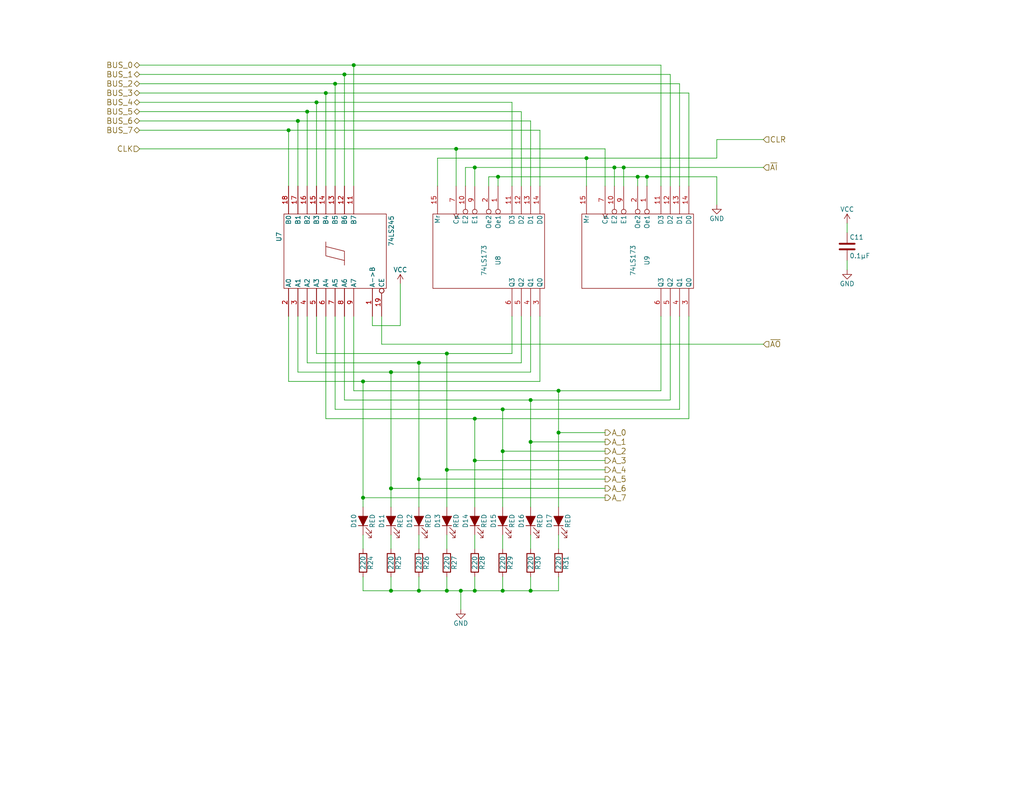
<source format=kicad_sch>
(kicad_sch (version 20230121) (generator eeschema)
  (paper "USLetter")
  (lib_symbols
    (symbol "8bit-computer-rescue:74LS173-8bit-computer-rescue" (pin_names (offset 0.254))
      (property "Reference" "U" (at 2.54 2.54 0))
      (property "Value" "8bit-computer-rescue:74LS173" (at 2.54 -1.27 0))
      (symbol "74LS173-8bit-computer-rescue_0_0"
        (pin power_in line (at -7.62 15.24 90) (length 0) hide (name "VCC") (number "16"))
        (pin power_in line (at -7.62 -15.24 90) (length 0) hide (name "GND") (number "8"))
      )
      (symbol "74LS173-8bit-computer-rescue_0_1"
        (rectangle (start -10.16 15.24) (end 10.16 -15.24))
      )
      (symbol "74LS173-8bit-computer-rescue_1_1"
        (pin input inverted (at -17.78 2.54 0) (length 7.62) (name "Oe1") (number "1"))
        (pin input inverted (at -17.78 -6.35 0) (length 7.62) (name "E2") (number "10"))
        (pin input line (at -17.78 6.35 0) (length 7.62) (name "D3") (number "11"))
        (pin input line (at -17.78 8.89 0) (length 7.62) (name "D2") (number "12"))
        (pin input line (at -17.78 11.43 0) (length 7.62) (name "D1") (number "13"))
        (pin input line (at -17.78 13.97 0) (length 7.62) (name "D0") (number "14"))
        (pin input line (at -17.78 -13.97 0) (length 7.62) (name "Mr") (number "15"))
        (pin input inverted (at -17.78 0 0) (length 7.62) (name "Oe2") (number "2"))
        (pin tri_state line (at 17.78 13.97 180) (length 7.62) (name "Q0") (number "3"))
        (pin tri_state line (at 17.78 11.43 180) (length 7.62) (name "Q1") (number "4"))
        (pin tri_state line (at 17.78 8.89 180) (length 7.62) (name "Q2") (number "5"))
        (pin tri_state line (at 17.78 6.35 180) (length 7.62) (name "Q3") (number "6"))
        (pin input clock (at -17.78 -8.89 0) (length 7.62) (name "Cp") (number "7"))
        (pin input inverted (at -17.78 -3.81 0) (length 7.62) (name "E1") (number "9"))
      )
    )
    (symbol "8bit-computer-rescue:74LS245-8bit-computer-rescue" (pin_names (offset 0.254))
      (property "Reference" "U" (at 2.54 14.605 0))
      (property "Value" "8bit-computer-rescue:74LS245" (at 1.27 -14.605 0))
      (symbol "74LS245-8bit-computer-rescue_0_0"
        (pin power_in line (at 0 -13.97 90) (length 0) hide (name "GND") (number "10"))
        (pin power_in line (at 0 13.97 270) (length 0) hide (name "VCC") (number "20"))
      )
      (symbol "74LS245-8bit-computer-rescue_0_1"
        (rectangle (start -10.16 13.97) (end 10.16 -13.97))
        (polyline (pts (xy 1.27 2.54) (xy 0 -2.54) (xy -2.54 -2.54)))
        (polyline (pts (xy 2.54 2.54) (xy -1.27 2.54) (xy -2.54 -2.54) (xy -3.81 -2.54)))
      )
      (symbol "74LS245-8bit-computer-rescue_1_1"
        (pin input line (at -17.78 -10.16 0) (length 7.62) (name "A->B") (number "1"))
        (pin tri_state line (at 17.78 -5.08 180) (length 7.62) (name "B7") (number "11"))
        (pin tri_state line (at 17.78 -2.54 180) (length 7.62) (name "B6") (number "12"))
        (pin tri_state line (at 17.78 0 180) (length 7.62) (name "B5") (number "13"))
        (pin tri_state line (at 17.78 2.54 180) (length 7.62) (name "B4") (number "14"))
        (pin tri_state line (at 17.78 5.08 180) (length 7.62) (name "B3") (number "15"))
        (pin tri_state line (at 17.78 7.62 180) (length 7.62) (name "B2") (number "16"))
        (pin tri_state line (at 17.78 10.16 180) (length 7.62) (name "B1") (number "17"))
        (pin tri_state line (at 17.78 12.7 180) (length 7.62) (name "B0") (number "18"))
        (pin input inverted (at -17.78 -12.7 0) (length 7.62) (name "CE") (number "19"))
        (pin tri_state line (at -17.78 12.7 0) (length 7.62) (name "A0") (number "2"))
        (pin tri_state line (at -17.78 10.16 0) (length 7.62) (name "A1") (number "3"))
        (pin tri_state line (at -17.78 7.62 0) (length 7.62) (name "A2") (number "4"))
        (pin tri_state line (at -17.78 5.08 0) (length 7.62) (name "A3") (number "5"))
        (pin tri_state line (at -17.78 2.54 0) (length 7.62) (name "A4") (number "6"))
        (pin tri_state line (at -17.78 0 0) (length 7.62) (name "A5") (number "7"))
        (pin tri_state line (at -17.78 -2.54 0) (length 7.62) (name "A6") (number "8"))
        (pin tri_state line (at -17.78 -5.08 0) (length 7.62) (name "A7") (number "9"))
      )
    )
    (symbol "8bit-computer-rescue:LED_ALT-Device" (pin_numbers hide) (pin_names (offset 1.016) hide)
      (property "Reference" "D" (at 0 2.54 0))
      (property "Value" "Device:LED_ALT" (at 0 -2.54 0))
      (symbol "LED_ALT-Device_0_1"
        (polyline (pts (xy -1.27 -1.27) (xy -1.27 1.27)) (stroke (width 0.2032)))
        (polyline (pts (xy -1.27 0) (xy 1.27 0)))
        (polyline (pts (xy 1.27 -1.27) (xy 1.27 1.27) (xy -1.27 0) (xy 1.27 -1.27)) (stroke (width 0.2032)) (fill (type outline)))
        (polyline (pts (xy -3.048 -0.762) (xy -4.572 -2.286) (xy -3.81 -2.286) (xy -4.572 -2.286) (xy -4.572 -1.524)))
        (polyline (pts (xy -1.778 -0.762) (xy -3.302 -2.286) (xy -2.54 -2.286) (xy -3.302 -2.286) (xy -3.302 -1.524)))
      )
      (symbol "LED_ALT-Device_1_1"
        (pin passive line (at -3.81 0 0) (length 2.54) (name "K") (number "1"))
        (pin passive line (at 3.81 0 180) (length 2.54) (name "A") (number "2"))
      )
    )
    (symbol "Device:C" (pin_numbers hide) (pin_names (offset 0.254))
      (property "Reference" "C" (at 0.635 2.54 0))
      (property "Value" "C" (at 0.635 -2.54 0))
      (symbol "C_0_1"
        (polyline (pts (xy -2.032 -0.762) (xy 2.032 -0.762)) (stroke (width 0.508)))
        (polyline (pts (xy -2.032 0.762) (xy 2.032 0.762)) (stroke (width 0.508)))
      )
      (symbol "C_1_1"
        (pin passive line (at 0 3.81 270) (length 2.794) (name "~") (number "1"))
        (pin passive line (at 0 -3.81 90) (length 2.794) (name "~") (number "2"))
      )
    )
    (symbol "Device:R" (pin_numbers hide) (pin_names (offset 0))
      (property "Reference" "R" (at 2.032 0 90))
      (property "Value" "R" (at 0 0 90))
      (symbol "R_0_1"
        (rectangle (start -1.016 -2.54) (end 1.016 2.54) (stroke (width 0.254)))
      )
      (symbol "R_1_1"
        (pin passive line (at 0 3.81 270) (length 1.27) (name "~") (number "1"))
        (pin passive line (at 0 -3.81 90) (length 1.27) (name "~") (number "2"))
      )
    )
    (symbol "power:GND" (power) (pin_names (offset 0))
      (property "Value" "GND" (at 0 -3.81 0))
      (symbol "GND_0_1"
        (polyline (pts (xy 0 0) (xy 0 -1.27) (xy 1.27 -1.27) (xy 0 -2.54) (xy -1.27 -1.27) (xy 0 -1.27)))
      )
      (symbol "GND_1_1"
        (pin power_in line (at 0 0 270) (length 0) hide (name "GND") (number "1"))
      )
    )
    (symbol "power:VCC" (power) (pin_names (offset 0))
      (property "Value" "VCC" (at 0 3.81 0))
      (symbol "VCC_0_1"
        (polyline (pts (xy -0.762 1.27) (xy 0 2.54)))
        (polyline (pts (xy 0 0) (xy 0 2.54)))
        (polyline (pts (xy 0 2.54) (xy 0.762 1.27)))
      )
      (symbol "VCC_1_1"
        (pin power_in line (at 0 0 90) (length 0) hide (name "VCC") (number "1"))
      )
    )
  )
  (junction (at 137.16 123.19))
  (junction (at 106.68 101.6))
  (junction (at 129.54 161.29))
  (junction (at 160.02 43.18))
  (junction (at 91.44 22.86))
  (junction (at 170.18 45.72))
  (junction (at 93.98 20.32))
  (junction (at 137.16 111.76))
  (junction (at 129.54 125.73))
  (junction (at 121.92 96.52))
  (junction (at 96.52 17.78))
  (junction (at 125.73 161.29))
  (junction (at 86.36 27.94))
  (junction (at 83.82 30.48))
  (junction (at 106.68 133.35))
  (junction (at 78.74 35.56))
  (junction (at 129.54 114.3))
  (junction (at 121.92 128.27))
  (junction (at 144.78 161.29))
  (junction (at 173.99 48.26))
  (junction (at 106.68 161.29))
  (junction (at 114.3 161.29))
  (junction (at 121.92 161.29))
  (junction (at 167.64 45.72))
  (junction (at 99.06 135.89))
  (junction (at 144.78 109.22))
  (junction (at 176.53 48.26))
  (junction (at 137.16 161.29))
  (junction (at 114.3 130.81))
  (junction (at 152.4 118.11))
  (junction (at 144.78 120.65))
  (junction (at 152.4 106.68))
  (junction (at 99.06 104.14))
  (junction (at 81.28 33.02))
  (junction (at 129.54 45.72))
  (junction (at 135.89 48.26))
  (junction (at 124.46 40.64))
  (junction (at 88.9 25.4))
  (junction (at 114.3 99.06))
  (wire (pts (xy 129.54 114.3) (xy 129.54 125.73)))
  (wire (pts (xy 137.16 146.05) (xy 137.16 149.86)))
  (wire (pts (xy 106.68 146.05) (xy 106.68 149.86)))
  (wire (pts (xy 99.06 157.48) (xy 99.06 161.29)))
  (wire (pts (xy 121.92 128.27) (xy 165.1 128.27)))
  (wire (pts (xy 88.9 25.4) (xy 88.9 50.8)))
  (wire (pts (xy 147.32 35.56) (xy 147.32 50.8)))
  (wire (pts (xy 86.36 96.52) (xy 121.92 96.52)))
  (wire (pts (xy 182.88 20.32) (xy 182.88 50.8)))
  (wire (pts (xy 78.74 104.14) (xy 99.06 104.14)))
  (wire (pts (xy 137.16 111.76) (xy 137.16 123.19)))
  (wire (pts (xy 119.38 43.18) (xy 160.02 43.18)))
  (wire (pts (xy 121.92 146.05) (xy 121.92 149.86)))
  (wire (pts (xy 114.3 99.06) (xy 142.24 99.06)))
  (wire (pts (xy 137.16 157.48) (xy 137.16 161.29)))
  (wire (pts (xy 125.73 161.29) (xy 129.54 161.29)))
  (wire (pts (xy 129.54 146.05) (xy 129.54 149.86)))
  (wire (pts (xy 144.78 101.6) (xy 144.78 86.36)))
  (wire (pts (xy 83.82 86.36) (xy 83.82 99.06)))
  (wire (pts (xy 121.92 157.48) (xy 121.92 161.29)))
  (wire (pts (xy 185.42 22.86) (xy 185.42 50.8)))
  (wire (pts (xy 99.06 161.29) (xy 106.68 161.29)))
  (wire (pts (xy 121.92 96.52) (xy 121.92 128.27)))
  (wire (pts (xy 165.1 40.64) (xy 165.1 50.8)))
  (wire (pts (xy 124.46 40.64) (xy 165.1 40.64)))
  (wire (pts (xy 78.74 35.56) (xy 78.74 50.8)))
  (wire (pts (xy 129.54 45.72) (xy 167.64 45.72)))
  (wire (pts (xy 180.34 17.78) (xy 180.34 50.8)))
  (wire (pts (xy 91.44 86.36) (xy 91.44 111.76)))
  (wire (pts (xy 38.1 33.02) (xy 81.28 33.02)))
  (wire (pts (xy 195.58 38.1) (xy 208.28 38.1)))
  (wire (pts (xy 129.54 45.72) (xy 129.54 50.8)))
  (wire (pts (xy 91.44 22.86) (xy 185.42 22.86)))
  (wire (pts (xy 142.24 30.48) (xy 142.24 50.8)))
  (wire (pts (xy 81.28 86.36) (xy 81.28 101.6)))
  (wire (pts (xy 114.3 130.81) (xy 165.1 130.81)))
  (wire (pts (xy 38.1 40.64) (xy 124.46 40.64)))
  (wire (pts (xy 165.1 133.35) (xy 106.68 133.35)))
  (wire (pts (xy 91.44 111.76) (xy 137.16 111.76)))
  (wire (pts (xy 99.06 146.05) (xy 99.06 149.86)))
  (wire (pts (xy 81.28 101.6) (xy 106.68 101.6)))
  (wire (pts (xy 88.9 86.36) (xy 88.9 114.3)))
  (wire (pts (xy 129.54 157.48) (xy 129.54 161.29)))
  (wire (pts (xy 38.1 20.32) (xy 93.98 20.32)))
  (wire (pts (xy 38.1 17.78) (xy 96.52 17.78)))
  (wire (pts (xy 78.74 35.56) (xy 147.32 35.56)))
  (wire (pts (xy 125.73 166.37) (xy 125.73 161.29)))
  (wire (pts (xy 86.36 50.8) (xy 86.36 27.94)))
  (wire (pts (xy 127 50.8) (xy 127 45.72)))
  (wire (pts (xy 182.88 109.22) (xy 182.88 86.36)))
  (wire (pts (xy 135.89 48.26) (xy 135.89 50.8)))
  (wire (pts (xy 185.42 111.76) (xy 185.42 86.36)))
  (wire (pts (xy 180.34 106.68) (xy 180.34 86.36)))
  (wire (pts (xy 142.24 99.06) (xy 142.24 86.36)))
  (wire (pts (xy 176.53 48.26) (xy 195.58 48.26)))
  (wire (pts (xy 93.98 20.32) (xy 182.88 20.32)))
  (wire (pts (xy 83.82 30.48) (xy 142.24 30.48)))
  (wire (pts (xy 96.52 106.68) (xy 152.4 106.68)))
  (wire (pts (xy 106.68 157.48) (xy 106.68 161.29)))
  (wire (pts (xy 121.92 96.52) (xy 139.7 96.52)))
  (wire (pts (xy 93.98 20.32) (xy 93.98 50.8)))
  (wire (pts (xy 129.54 125.73) (xy 165.1 125.73)))
  (wire (pts (xy 160.02 43.18) (xy 160.02 50.8)))
  (wire (pts (xy 152.4 118.11) (xy 152.4 138.43)))
  (wire (pts (xy 81.28 33.02) (xy 81.28 50.8)))
  (wire (pts (xy 170.18 45.72) (xy 208.28 45.72)))
  (wire (pts (xy 96.52 17.78) (xy 180.34 17.78)))
  (wire (pts (xy 144.78 33.02) (xy 144.78 50.8)))
  (wire (pts (xy 144.78 109.22) (xy 182.88 109.22)))
  (wire (pts (xy 176.53 48.26) (xy 176.53 50.8)))
  (wire (pts (xy 152.4 146.05) (xy 152.4 149.86)))
  (wire (pts (xy 152.4 106.68) (xy 180.34 106.68)))
  (wire (pts (xy 152.4 161.29) (xy 152.4 157.48)))
  (wire (pts (xy 165.1 123.19) (xy 137.16 123.19)))
  (wire (pts (xy 135.89 48.26) (xy 173.99 48.26)))
  (wire (pts (xy 144.78 120.65) (xy 144.78 138.43)))
  (wire (pts (xy 93.98 86.36) (xy 93.98 109.22)))
  (wire (pts (xy 99.06 135.89) (xy 99.06 138.43)))
  (wire (pts (xy 38.1 22.86) (xy 91.44 22.86)))
  (wire (pts (xy 88.9 114.3) (xy 129.54 114.3)))
  (wire (pts (xy 167.64 45.72) (xy 167.64 50.8)))
  (wire (pts (xy 124.46 40.64) (xy 124.46 50.8)))
  (wire (pts (xy 38.1 27.94) (xy 86.36 27.94)))
  (wire (pts (xy 99.06 104.14) (xy 147.32 104.14)))
  (wire (pts (xy 231.14 71.12) (xy 231.14 73.66)))
  (wire (pts (xy 38.1 30.48) (xy 83.82 30.48)))
  (wire (pts (xy 91.44 22.86) (xy 91.44 50.8)))
  (wire (pts (xy 93.98 109.22) (xy 144.78 109.22)))
  (wire (pts (xy 195.58 43.18) (xy 195.58 38.1)))
  (wire (pts (xy 160.02 43.18) (xy 195.58 43.18)))
  (wire (pts (xy 119.38 50.8) (xy 119.38 43.18)))
  (wire (pts (xy 137.16 111.76) (xy 185.42 111.76)))
  (wire (pts (xy 167.64 45.72) (xy 170.18 45.72)))
  (wire (pts (xy 114.3 161.29) (xy 121.92 161.29)))
  (wire (pts (xy 104.14 93.98) (xy 208.28 93.98)))
  (wire (pts (xy 106.68 101.6) (xy 144.78 101.6)))
  (wire (pts (xy 106.68 101.6) (xy 106.68 133.35)))
  (wire (pts (xy 231.14 60.96) (xy 231.14 63.5)))
  (wire (pts (xy 114.3 130.81) (xy 114.3 138.43)))
  (wire (pts (xy 129.54 161.29) (xy 137.16 161.29)))
  (wire (pts (xy 88.9 25.4) (xy 187.96 25.4)))
  (wire (pts (xy 129.54 125.73) (xy 129.54 138.43)))
  (wire (pts (xy 152.4 106.68) (xy 152.4 118.11)))
  (wire (pts (xy 144.78 109.22) (xy 144.78 120.65)))
  (wire (pts (xy 86.36 27.94) (xy 139.7 27.94)))
  (wire (pts (xy 139.7 96.52) (xy 139.7 86.36)))
  (wire (pts (xy 104.14 86.36) (xy 104.14 93.98)))
  (wire (pts (xy 173.99 48.26) (xy 176.53 48.26)))
  (wire (pts (xy 165.1 135.89) (xy 99.06 135.89)))
  (wire (pts (xy 144.78 146.05) (xy 144.78 149.86)))
  (wire (pts (xy 106.68 161.29) (xy 114.3 161.29)))
  (wire (pts (xy 137.16 123.19) (xy 137.16 138.43)))
  (wire (pts (xy 173.99 48.26) (xy 173.99 50.8)))
  (wire (pts (xy 165.1 118.11) (xy 152.4 118.11)))
  (wire (pts (xy 165.1 120.65) (xy 144.78 120.65)))
  (wire (pts (xy 139.7 27.94) (xy 139.7 50.8)))
  (wire (pts (xy 121.92 128.27) (xy 121.92 138.43)))
  (wire (pts (xy 96.52 17.78) (xy 96.52 50.8)))
  (wire (pts (xy 38.1 35.56) (xy 78.74 35.56)))
  (wire (pts (xy 99.06 104.14) (xy 99.06 135.89)))
  (wire (pts (xy 81.28 33.02) (xy 144.78 33.02)))
  (wire (pts (xy 129.54 114.3) (xy 187.96 114.3)))
  (wire (pts (xy 114.3 146.05) (xy 114.3 149.86)))
  (wire (pts (xy 121.92 161.29) (xy 125.73 161.29)))
  (wire (pts (xy 144.78 161.29) (xy 152.4 161.29)))
  (wire (pts (xy 86.36 86.36) (xy 86.36 96.52)))
  (wire (pts (xy 83.82 99.06) (xy 114.3 99.06)))
  (wire (pts (xy 114.3 99.06) (xy 114.3 130.81)))
  (wire (pts (xy 144.78 157.48) (xy 144.78 161.29)))
  (wire (pts (xy 137.16 161.29) (xy 144.78 161.29)))
  (wire (pts (xy 78.74 86.36) (xy 78.74 104.14)))
  (wire (pts (xy 83.82 30.48) (xy 83.82 50.8)))
  (wire (pts (xy 147.32 104.14) (xy 147.32 86.36)))
  (wire (pts (xy 127 45.72) (xy 129.54 45.72)))
  (wire (pts (xy 114.3 157.48) (xy 114.3 161.29)))
  (wire (pts (xy 187.96 25.4) (xy 187.96 50.8)))
  (wire (pts (xy 187.96 114.3) (xy 187.96 86.36)))
  (wire (pts (xy 133.35 48.26) (xy 135.89 48.26)))
  (wire (pts (xy 133.35 50.8) (xy 133.35 48.26)))
  (wire (pts (xy 101.6 88.9) (xy 109.22 88.9)))
  (wire (pts (xy 96.52 86.36) (xy 96.52 106.68)))
  (wire (pts (xy 109.22 88.9) (xy 109.22 77.47)))
  (wire (pts (xy 38.1 25.4) (xy 88.9 25.4)))
  (wire (pts (xy 170.18 45.72) (xy 170.18 50.8)))
  (wire (pts (xy 106.68 133.35) (xy 106.68 138.43)))
  (wire (pts (xy 195.58 48.26) (xy 195.58 55.88)))
  (wire (pts (xy 101.6 86.36) (xy 101.6 88.9)))
  (hierarchical_label "BUS_4" (shape bidirectional) (at 38.1 27.94 180) (effects (font (size 1.524 1.524))))
  (hierarchical_label "BUS_2" (shape bidirectional) (at 38.1 22.86 180) (effects (font (size 1.524 1.524))))
  (hierarchical_label "A_4" (shape output) (at 165.1 128.27 0) (effects (font (size 1.524 1.524))))
  (hierarchical_label "~{AO}" (shape input) (at 208.28 93.98 0) (effects (font (size 1.524 1.524))))
  (hierarchical_label "CLK" (shape input) (at 38.1 40.64 180) (effects (font (size 1.524 1.524))))
  (hierarchical_label "BUS_5" (shape bidirectional) (at 38.1 30.48 180) (effects (font (size 1.524 1.524))))
  (hierarchical_label "A_5" (shape output) (at 165.1 130.81 0) (effects (font (size 1.524 1.524))))
  (hierarchical_label "BUS_3" (shape bidirectional) (at 38.1 25.4 180) (effects (font (size 1.524 1.524))))
  (hierarchical_label "A_2" (shape output) (at 165.1 123.19 0) (effects (font (size 1.524 1.524))))
  (hierarchical_label "A_1" (shape output) (at 165.1 120.65 0) (effects (font (size 1.524 1.524))))
  (hierarchical_label "BUS_1" (shape bidirectional) (at 38.1 20.32 180) (effects (font (size 1.524 1.524))))
  (hierarchical_label "A_7" (shape output) (at 165.1 135.89 0) (effects (font (size 1.524 1.524))))
  (hierarchical_label "A_0" (shape output) (at 165.1 118.11 0) (effects (font (size 1.524 1.524))))
  (hierarchical_label "CLR" (shape input) (at 208.28 38.1 0) (effects (font (size 1.524 1.524))))
  (hierarchical_label "~{AI}" (shape input) (at 208.28 45.72 0) (effects (font (size 1.524 1.524))))
  (hierarchical_label "A_6" (shape output) (at 165.1 133.35 0) (effects (font (size 1.524 1.524))))
  (hierarchical_label "BUS_7" (shape bidirectional) (at 38.1 35.56 180) (effects (font (size 1.524 1.524))))
  (hierarchical_label "BUS_0" (shape bidirectional) (at 38.1 17.78 180) (effects (font (size 1.524 1.524))))
  (hierarchical_label "A_3" (shape output) (at 165.1 125.73 0) (effects (font (size 1.524 1.524))))
  (hierarchical_label "BUS_6" (shape bidirectional) (at 38.1 33.02 180) (effects (font (size 1.524 1.524))))
  (symbol (lib_id "8bit-computer-rescue:74LS173-8bit-computer-rescue") (at 133.35 68.58 270) (unit 1)
    (property "Reference" "U8" (at 135.89 71.12 0))
    (property "Value" "74LS173" (at 132.08 71.12 0))
    (property "Footprint" "Package_DIP:DIP-16_W7.62mm" (effects hide))
  )
  (symbol (lib_id "8bit-computer-rescue:LED_ALT-Device") (at 114.3 142.24 90) (unit 1)
    (property "Reference" "D12" (at 111.76 142.24 0))
    (property "Value" "RED" (at 116.84 142.24 0))
    (property "Footprint" "LED_THT:LED_D5.0mm" (effects hide))
  )
  (symbol (lib_id "8bit-computer-rescue:LED_ALT-Device") (at 144.78 142.24 90) (unit 1)
    (property "Reference" "D16" (at 142.24 142.24 0))
    (property "Value" "RED" (at 147.32 142.24 0))
    (property "Footprint" "LED_THT:LED_D5.0mm" (effects hide))
  )
  (symbol (lib_id "8bit-computer-rescue:LED_ALT-Device") (at 152.4 142.24 90) (unit 1)
    (property "Reference" "D17" (at 149.86 142.24 0))
    (property "Value" "RED" (at 154.94 142.24 0))
    (property "Footprint" "LED_THT:LED_D5.0mm" (effects hide))
  )
  (symbol (lib_id "Device:R") (at 114.3 153.67 0) (unit 1)
    (property "Reference" "R26" (at 116.332 153.67 90))
    (property "Value" "220" (at 114.3 153.67 90))
    (property "Footprint" "Resistor_THT:R_Axial_DIN0207_L6.3mm_D2.5mm_P7.62mm_Horizontal" (effects hide))
  )
  (symbol (lib_id "Device:R") (at 121.92 153.67 0) (unit 1)
    (property "Reference" "R27" (at 123.952 153.67 90))
    (property "Value" "220" (at 121.92 153.67 90))
    (property "Footprint" "Resistor_THT:R_Axial_DIN0207_L6.3mm_D2.5mm_P7.62mm_Horizontal" (effects hide))
  )
  (symbol (lib_id "Device:R") (at 137.16 153.67 0) (unit 1)
    (property "Reference" "R29" (at 139.192 153.67 90))
    (property "Value" "220" (at 137.16 153.67 90))
    (property "Footprint" "Resistor_THT:R_Axial_DIN0207_L6.3mm_D2.5mm_P7.62mm_Horizontal" (effects hide))
  )
  (symbol (lib_id "Device:R") (at 152.4 153.67 0) (unit 1)
    (property "Reference" "R31" (at 154.432 153.67 90))
    (property "Value" "220" (at 152.4 153.67 90))
    (property "Footprint" "Resistor_THT:R_Axial_DIN0207_L6.3mm_D2.5mm_P7.62mm_Horizontal" (effects hide))
  )
  (symbol (lib_id "power:VCC") (at 109.22 77.47 0) (unit 1)
    (property "Reference" "#PWR015" (effects hide))
    (property "Value" "VCC" (at 109.22 73.66 0))
  )
  (symbol (lib_id "8bit-computer-rescue:74LS173-8bit-computer-rescue") (at 173.99 68.58 270) (unit 1)
    (property "Reference" "U9" (at 176.53 71.12 0))
    (property "Value" "74LS173" (at 172.72 71.12 0))
    (property "Footprint" "Package_DIP:DIP-16_W7.62mm" (effects hide))
  )
  (symbol (lib_id "8bit-computer-rescue:74LS245-8bit-computer-rescue") (at 91.44 68.58 90) (unit 1)
    (property "Reference" "U7" (at 76.835 66.04 0) (effects (justify left bottom)))
    (property "Value" "74LS245" (at 106.045 67.31 0) (effects (justify left top)))
    (property "Footprint" "Package_DIP:DIP-20_W7.62mm" (effects hide))
  )
  (symbol (lib_id "8bit-computer-rescue:LED_ALT-Device") (at 99.06 142.24 90) (unit 1)
    (property "Reference" "D10" (at 96.52 142.24 0))
    (property "Value" "RED" (at 101.6 142.24 0))
    (property "Footprint" "LED_THT:LED_D5.0mm" (effects hide))
  )
  (symbol (lib_id "8bit-computer-rescue:LED_ALT-Device") (at 106.68 142.24 90) (unit 1)
    (property "Reference" "D11" (at 104.14 142.24 0))
    (property "Value" "RED" (at 109.22 142.24 0))
    (property "Footprint" "LED_THT:LED_D5.0mm" (effects hide))
  )
  (symbol (lib_id "8bit-computer-rescue:LED_ALT-Device") (at 121.92 142.24 90) (unit 1)
    (property "Reference" "D13" (at 119.38 142.24 0))
    (property "Value" "RED" (at 124.46 142.24 0))
    (property "Footprint" "LED_THT:LED_D5.0mm" (effects hide))
  )
  (symbol (lib_id "8bit-computer-rescue:LED_ALT-Device") (at 129.54 142.24 90) (unit 1)
    (property "Reference" "D14" (at 127 142.24 0))
    (property "Value" "RED" (at 132.08 142.24 0))
    (property "Footprint" "LED_THT:LED_D5.0mm" (effects hide))
  )
  (symbol (lib_id "8bit-computer-rescue:LED_ALT-Device") (at 137.16 142.24 90) (unit 1)
    (property "Reference" "D15" (at 134.62 142.24 0))
    (property "Value" "RED" (at 139.7 142.24 0))
    (property "Footprint" "LED_THT:LED_D5.0mm" (effects hide))
  )
  (symbol (lib_id "Device:R") (at 99.06 153.67 0) (unit 1)
    (property "Reference" "R24" (at 101.092 153.67 90))
    (property "Value" "220" (at 99.06 153.67 90))
    (property "Footprint" "Resistor_THT:R_Axial_DIN0207_L6.3mm_D2.5mm_P7.62mm_Horizontal" (effects hide))
  )
  (symbol (lib_id "Device:R") (at 106.68 153.67 0) (unit 1)
    (property "Reference" "R25" (at 108.712 153.67 90))
    (property "Value" "220" (at 106.68 153.67 90))
    (property "Footprint" "Resistor_THT:R_Axial_DIN0207_L6.3mm_D2.5mm_P7.62mm_Horizontal" (effects hide))
  )
  (symbol (lib_id "Device:R") (at 129.54 153.67 0) (unit 1)
    (property "Reference" "R28" (at 131.572 153.67 90))
    (property "Value" "220" (at 129.54 153.67 90))
    (property "Footprint" "Resistor_THT:R_Axial_DIN0207_L6.3mm_D2.5mm_P7.62mm_Horizontal" (effects hide))
  )
  (symbol (lib_id "Device:R") (at 144.78 153.67 0) (unit 1)
    (property "Reference" "R30" (at 146.812 153.67 90))
    (property "Value" "220" (at 144.78 153.67 90))
    (property "Footprint" "Resistor_THT:R_Axial_DIN0207_L6.3mm_D2.5mm_P7.62mm_Horizontal" (effects hide))
  )
  (symbol (lib_id "power:GND") (at 125.73 166.37 0) (unit 1)
    (property "Reference" "#PWR014" (effects hide))
    (property "Value" "GND" (at 125.73 170.18 0))
  )
  (symbol (lib_id "power:GND") (at 195.58 55.88 0) (unit 1)
    (property "Reference" "#PWR016" (effects hide))
    (property "Value" "GND" (at 195.58 59.69 0))
  )
  (symbol (lib_id "Device:C") (at 231.14 67.31 0) (unit 1)
    (property "Reference" "C11" (at 231.775 64.77 0) (effects (justify left)))
    (property "Value" "0.1µF" (at 231.775 69.85 0) (effects (justify left)))
    (property "Footprint" "Capacitor_THT:C_Disc_D4.3mm_W1.9mm_P5.00mm" (effects hide))
  )
  (symbol (lib_id "power:GND") (at 231.14 73.66 0) (unit 1)
    (property "Reference" "#PWR017" (effects hide))
    (property "Value" "GND" (at 231.14 77.47 0))
  )
  (symbol (lib_id "power:VCC") (at 231.14 60.96 0) (unit 1)
    (property "Reference" "#PWR018" (effects hide))
    (property "Value" "VCC" (at 231.14 57.15 0))
  )
)
</source>
